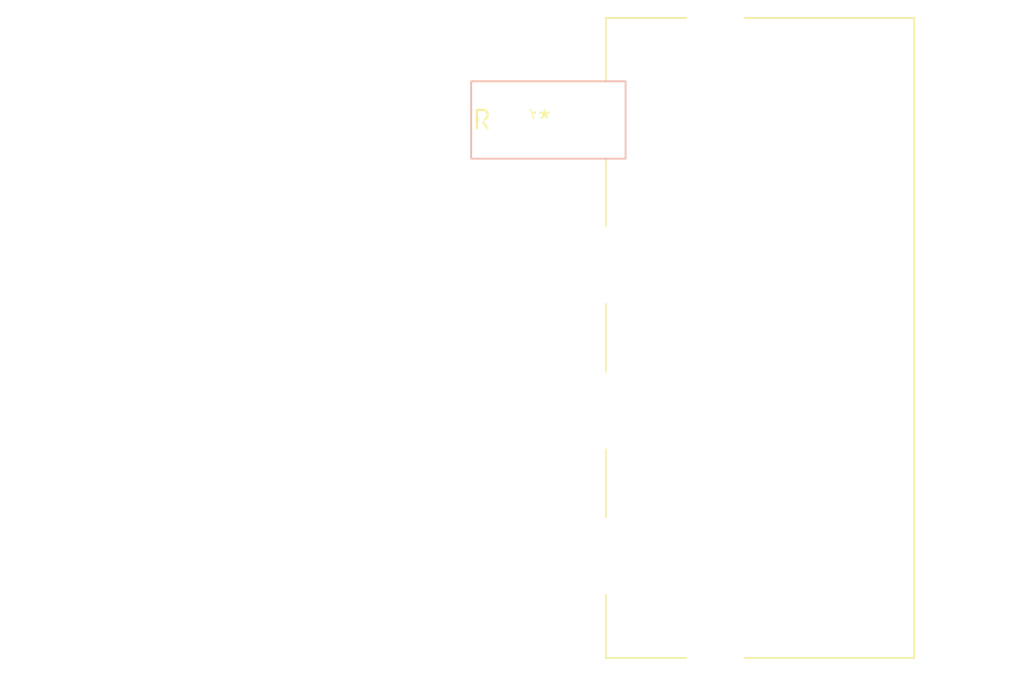
<source format=kicad_pcb>
(kicad_pcb (version 20240108) (generator pcbnew)
  (layers (0 "F.Cu" signal) (31 "B.Cu" signal) (34 "B.Paste" user) (35 "F.Paste" user) (36 "B.SilkS" user "B.Silkscreen") (37 "F.SilkS" user "F.Silkscreen") (38 "B.Mask" user) (39 "F.Mask" user) (44 "Edge.Cuts" user))
  (net 0 "")
  (footprint "Molex_Mini-Fit_Sr_42820-42XX_1x04_P10.00mm_Horizontal_ThermalVias" (layer "F.Cu") (at 0 0)
    (property "Reference" "REF**")
    (property "Value" "Molex_Mini-Fit_Sr_42820-42XX_1x04_P10.00mm_Horizontal_ThermalVias")
    (fp_line (start -2.81 -2.66) (end -2.81 2.66) (layer "B.SilkS") (stroke (width 0.12)))
    (fp_line (start -2.81 2.66) (end 7.81 2.66) (layer "B.SilkS") (stroke (width 0.12)))
    (fp_line (start 7.81 -2.66) (end -2.81 -2.66) (layer "B.SilkS") (stroke (width 0.12)))
    (fp_line (start 7.81 2.66) (end 7.81 -2.66) (layer "B.SilkS") (stroke (width 0.12)))
    (fp_line (start 6.45 -7.02) (end 12 -7.02) (layer "F.SilkS") (stroke (width 0.12)))
    (fp_line (start 6.45 -2.66) (end -2.55 -2.66) (layer "F.SilkS") (stroke (width 0.12)))
    (fp_line (start 6.45 -2.66) (end 6.45 -7.02) (layer "F.SilkS") (stroke (width 0.12)))
    (fp_line (start 6.45 2.66) (end 6.45 7.34) (layer "F.SilkS") (stroke (width 0.12)))
    (fp_line (start 6.45 12.66) (end 6.45 17.34) (layer "F.SilkS") (stroke (width 0.12)))
    (fp_line (start 6.45 22.66) (end 6.45 27.34) (layer "F.SilkS") (stroke (width 0.12)))
    (fp_line (start 6.45 32.66) (end 6.45 37.02) (layer "F.SilkS") (stroke (width 0.12)))
    (fp_line (start 6.45 37.02) (end 12 37.02) (layer "F.SilkS") (stroke (width 0.12)))
    (fp_line (start 16 -7.02) (end 27.67 -7.02) (layer "F.SilkS") (stroke (width 0.12)))
    (fp_line (start 16 37.02) (end 27.67 37.02) (layer "F.SilkS") (stroke (width 0.12)))
    (fp_line (start 27.67 -7.02) (end 27.67 15) (layer "F.SilkS") (stroke (width 0.12)))
    (fp_line (start 27.67 37.02) (end 27.67 15) (layer "F.SilkS") (stroke (width 0.12)))
    (pad "" thru_hole circle (at 14 -5.73) (size 4 4) (drill 3) (layers *.Cu *.Mask) (remove_unused_layers))
    (pad "" thru_hole circle (at 14 35.73) (size 4 4) (drill 3) (layers *.Cu *.Mask) (remove_unused_layers))
    (pad "1" thru_hole roundrect (at -2.1 -1.95) (size 0.6 0.6) (drill 0.3) (layers *.Cu *.Mask) (remove_unused_layers))
    (pad "1" thru_hole roundrect (at -2.1 0) (size 0.6 0.6) (drill 0.3) (layers *.Cu *.Mask) (remove_unused_layers))
    (pad "1" thru_hole roundrect (at -2.1 1.95) (size 0.6 0.6) (drill 0.3) (layers *.Cu *.Mask) (remove_unused_layers))
    (pad "1" thru_hole rect (at 0 0) (size 5.1 4.8) (drill 2.8) (layers *.Cu *.Mask) (remove_unused_layers))
    (pad "1" thru_hole roundrect (at 0.2 -1.95) (size 0.6 0.6) (drill 0.3) (layers *.Cu *.Mask) (remove_unused_layers))
    (pad "1" thru_hole roundrect (at 0.2 1.95) (size 0.6 0.6) (drill 0.3) (layers *.Cu *.Mask) (remove_unused_layers))
    (pad "1" thru_hole roundrect (at 2.5 -1.95) (size 0.6 0.6) (drill 0.3) (layers *.Cu *.Mask) (remove_unused_layers))
    (pad "1" thru_hole roundrect (at 2.5 0) (size 0.6 0.6) (drill 0.3) (layers *.Cu *.Mask) (remove_unused_layers))
    (pad "1" thru_hole roundrect (at 2.5 1.95) (size 0.6 0.6) (drill 0.3) (layers *.Cu *.Mask) (remove_unused_layers))
    (pad "1" thru_hole roundrect (at 4.8 -1.95) (size 0.6 0.6) (drill 0.3) (layers *.Cu *.Mask) (remove_unused_layers))
    (pad "1" thru_hole roundrect (at 4.8 1.95) (size 0.6 0.6) (drill 0.3) (layers *.Cu *.Mask) (remove_unused_layers))
    (pad "1" thru_hole rect (at 5 0) (size 5.1 4.8) (drill 2.8) (layers *.Cu *.Mask) (remove_unused_layers))
    (pad "1" thru_hole roundrect (at 7.1 -1.95) (size 0.6 0.6) (drill 0.3) (layers *.Cu *.Mask) (remove_unused_layers))
    (pad "1" thru_hole roundrect (at 7.1 0) (size 0.6 0.6) (drill 0.3) (layers *.Cu *.Mask) (remove_unused_layers))
    (pad "1" thru_hole roundrect (at 7.1 1.95) (size 0.6 0.6) (drill 0.3) (layers *.Cu *.Mask) (remove_unused_layers))
    (pad "2" thru_hole circle (at -2.1 8.05) (size 0.6 0.6) (drill 0.3) (layers *.Cu *.Mask) (remove_unused_layers))
    (pad "2" thru_hole circle (at -2.1 10) (size 0.6 0.6) (drill 0.3) (layers *.Cu *.Mask) (remove_unused_layers))
    (pad "2" thru_hole circle (at -2.1 11.95) (size 0.6 0.6) (drill 0.3) (layers *.Cu *.Mask) (remove_unused_layers))
    (pad "2" thru_hole rect (at 0 10) (size 5.1 4.8) (drill 2.8) (layers *.Cu *.Mask) (remove_unused_layers))
    (pad "2" thru_hole circle (at 0.2 8.05) (size 0.6 0.6) (drill 0.3) (layers *.Cu *.Mask) (remove_unused_layers))
    (pad "2" thru_hole circle (at 0.2 11.95) (size 0.6 0.6) (drill 0.3) (layers *.Cu *.Mask) (remove_unused_layers))
    (pad "2" thru_hole circle (at 2.5 8.05) (size 0.6 0.6) (drill 0.3) (layers *.Cu *.Mask) (remove_unused_layers))
    (pad "2" thru_hole circle (at 2.5 10) (size 0.6 0.6) (drill 0.3) (layers *.Cu *.Mask) (remove_unused_layers))
    (pad "2" thru_hole circle (at 2.5 11.95) (size 0.6 0.6) (drill 0.3) (layers *.Cu *.Mask) (remove_unused_layers))
    (pad "2" thru_hole circle (at 4.8 8.05) (size 0.6 0.6) (drill 0.3) (layers *.Cu *.Mask) (remove_unused_layers))
    (pad "2" thru_hole circle (at 4.8 11.95) (size 0.6 0.6) (drill 0.3) (layers *.Cu *.Mask) (remove_unused_layers))
    (pad "2" thru_hole rect (at 5 10) (size 5.1 4.8) (drill 2.8) (layers *.Cu *.Mask) (remove_unused_layers))
    (pad "2" thru_hole circle (at 7.1 8.05) (size 0.6 0.6) (drill 0.3) (layers *.Cu *.Mask) (remove_unused_layers))
    (pad "2" thru_hole circle (at 7.1 10) (size 0.6 0.6) (drill 0.3) (layers *.Cu *.Mask) (remove_unused_layers))
    (pad "2" thru_hole circle (at 7.1 11.95) (size 0.6 0.6) (drill 0.3) (layers *.Cu *.Mask) (remove_unused_layers))
    (pad "3" thru_hole circle (at -2.1 18.05) (size 0.6 0.6) (drill 0.3) (layers *.Cu *.Mask) (remove_unused_layers))
    (pad "3" thru_hole circle (at -2.1 20) (size 0.6 0.6) (drill 0.3) (layers *.Cu *.Mask) (remove_unused_layers))
    (pad "3" thru_hole circle (at -2.1 21.95) (size 0.6 0.6) (drill 0.3) (layers *.Cu *.Mask) (remove_unused_layers))
    (pad "3" thru_hole rect (at 0 20) (size 5.1 4.8) (drill 2.8) (layers *.Cu *.Mask) (remove_unused_layers))
    (pad "3" thru_hole circle (at 0.2 18.05) (size 0.6 0.6) (drill 0.3) (layers *.Cu *.Mask) (remove_unused_layers))
    (pad "3" thru_hole circle (at 0.2 21.95) (size 0.6 0.6) (drill 0.3) (layers *.Cu *.Mask) (remove_unused_layers))
    (pad "3" thru_hole circle (at 2.5 18.05) (size 0.6 0.6) (drill 0.3) (layers *.Cu *.Mask) (remove_unused_layers))
    (pad "3" thru_hole circle (at 2.5 20) (size 0.6 0.6) (drill 0.3) (layers *.Cu *.Mask) (remove_unused_layers))
    (pad "3" thru_hole circle (at 2.5 21.95) (size 0.6 0.6) (drill 0.3) (layers *.Cu *.Mask) (remove_unused_layers))
    (pad "3" thru_hole circle (at 4.8 18.05) (size 0.6 0.6) (drill 0.3) (layers *.Cu *.Mask) (remove_unused_layers))
    (pad "3" thru_hole circle (at 4.8 21.95) (size 0.6 0.6) (drill 0.3) (layers *.Cu *.Mask) (remove_unused_layers))
    (pad "3" thru_hole rect (at 5 20) (size 5.1 4.8) (drill 2.8) (layers *.Cu *.Mask) (remove_unused_layers))
    (pad "3" thru_hole circle (at 7.1 18.05) (size 0.6 0.6) (drill 0.3) (layers *.Cu *.Mask) (remove_unused_layers))
    (pad "3" thru_hole circle (at 7.1 20) (size 0.6 0.6) (drill 0.3) (layers *.Cu *.Mask) (remove_unused_layers))
    (pad "3" thru_hole circle (at 7.1 21.95) (size 0.6 0.6) (drill 0.3) (layers *.Cu *.Mask) (remove_unused_layers))
    (pad "4" thru_hole circle (at -2.1 28.05) (size 0.6 0.6) (drill 0.3) (layers *.Cu *.Mask) (remove_unused_layers))
    (pad "4" thru_hole circle (at -2.1 30) (size 0.6 0.6) (drill 0.3) (layers *.Cu *.Mask) (remove_unused_layers))
    (pad "4" thru_hole circle (at -2.1 31.95) (size 0.6 0.6) (drill 0.3) (layers *.Cu *.Mask) (remove_unused_layers))
    (pad "4" thru_hole rect (at 0 30) (size 5.1 4.8) (drill 2.8) (layers *.Cu *.Mask) (remove_unused_layers))
    (pad "4" thru_hole circle (at 0.2 28.05) (size 0.6 0.6) (drill 0.3) (layers *.Cu *.Mask) (remove_unused_layers))
    (pad "4" thru_hole circle (at 0.2 31.95) (size 0.6 0.6) (drill 0.3) (layers *.Cu *.Mask) (remove_unused_layers))
    (pad "4" thru_hole circle (at 2.5 28.05) (size 0.6 0.6) (drill 0.3) (layers *.Cu *.Mask) (remove_unused_layers))
    (pad "4" thru_hole circle (at 2.5 30) (size 0.6 0.6) (drill 0.3) (layers *.Cu *.Mask) (remove_unused_layers))
    (pad "4" thru_hole circle (at 2.5 31.95) (size 0.6 0.6) (drill 0.3) (layers *.Cu *.Mask) (remove_unused_layers))
    (pad "4" thru_hole circle (at 4.8 28.05) (size 0.6 0.6) (drill 0.3) (layers *.Cu *.Mask) (remove_unused_layers))
    (pad "4" thru_hole circle (at 4.8 31.95) (size 0.6 0.6) (drill 0.3) (layers *.Cu *.Mask) (remove_unused_layers))
    (pad "4" thru_hole rect (at 5 30) (size 5.1 4.8) (drill 2.8) (layers *.Cu *.Mask) (remove_unused_layers))
    (pad "4" thru_hole circle (at 7.1 28.05) (size 0.6 0.6) (drill 0.3) (layers *.Cu *.Mask) (remove_unused_layers))
    (pad "4" thru_hole circle (at 7.1 30) (size 0.6 0.6) (drill 0.3) (layers *.Cu *.Mask) (remove_unused_layers))
    (pad "4" thru_hole circle (at 7.1 31.95) (size 0.6 0.6) (drill 0.3) (layers *.Cu *.Mask) (remove_unused_layers))
  )
)
</source>
